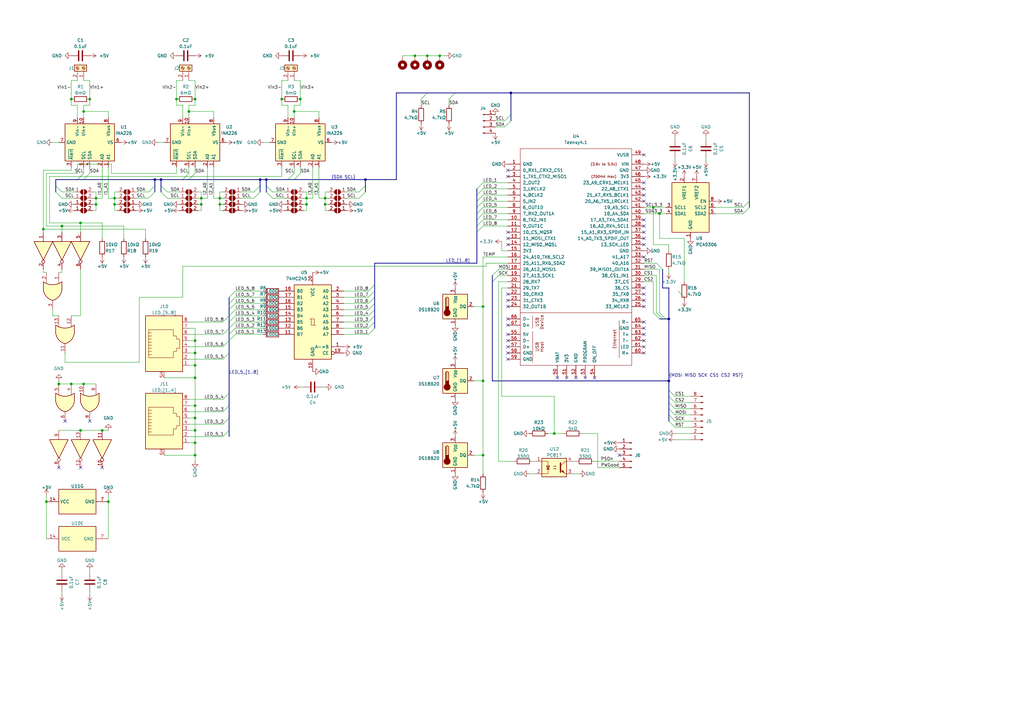
<source format=kicad_sch>
(kicad_sch (version 20230121) (generator eeschema)
  (paper "A3")
  (junction (at 198.12 125.73))
  (junction (at 63.5 73.66))
  (junction (at 44.45 205.74))
  (junction (at 90.17 81.28))
  (junction (at 82.55 81.28))
  (junction (at 80.01 139.7))
  (junction (at 80.01 176.53))
  (junction (at 120.65 45.72))
  (junction (at 46.99 81.28))
  (junction (at 209.55 38.1))
  (junction (at 36.83 40.64))
  (junction (at 106.68 73.66))
  (junction (at 125.73 83.82))
  (junction (at 80.01 166.37))
  (junction (at 82.55 83.82))
  (junction (at 109.22 73.66))
  (junction (at 227.33 177.8))
  (junction (at 80.01 154.94))
  (junction (at 29.21 157.48))
  (junction (at 175.26 22.86))
  (junction (at 39.37 83.82))
  (junction (at 80.01 149.86))
  (junction (at 80.01 186.69))
  (junction (at 77.47 45.72))
  (junction (at 198.12 156.21))
  (junction (at 274.32 130.81))
  (junction (at 66.04 73.66))
  (junction (at 125.73 81.28))
  (junction (at 34.29 157.48))
  (junction (at 198.12 186.69))
  (junction (at 29.21 40.64))
  (junction (at 80.01 144.78))
  (junction (at 80.01 40.64))
  (junction (at 133.35 83.82))
  (junction (at 80.01 171.45))
  (junction (at 46.99 83.82))
  (junction (at 115.57 40.64))
  (junction (at 180.34 22.86))
  (junction (at 274.32 156.21))
  (junction (at 170.18 22.86))
  (junction (at 19.05 205.74))
  (junction (at 90.17 83.82))
  (junction (at 24.13 157.48))
  (junction (at 270.51 87.63))
  (junction (at 39.37 81.28))
  (junction (at 123.19 40.64))
  (junction (at 133.35 81.28))
  (junction (at 41.91 176.53))
  (junction (at 80.01 181.61))
  (junction (at 149.86 73.66))
  (junction (at 72.39 40.64))
  (junction (at 25.4 92.71))
  (junction (at 34.29 45.72))
  (junction (at 33.02 176.53))
  (junction (at 33.02 91.44))
  (junction (at 17.78 93.98))
  (junction (at 267.97 85.09))
  (no_connect (at 264.16 123.19))
  (no_connect (at 208.28 133.35))
  (no_connect (at 33.02 191.77))
  (no_connect (at 26.67 172.72))
  (no_connect (at 264.16 82.55))
  (no_connect (at 208.28 69.85))
  (no_connect (at 264.16 90.17))
  (no_connect (at 232.41 154.94))
  (no_connect (at 264.16 132.08))
  (no_connect (at 264.16 80.01))
  (no_connect (at 264.16 92.71))
  (no_connect (at 36.83 172.72))
  (no_connect (at 24.13 191.77))
  (no_connect (at 208.28 137.16))
  (no_connect (at 208.28 147.32))
  (no_connect (at 264.16 144.78))
  (no_connect (at 264.16 134.62))
  (no_connect (at 208.28 97.79))
  (no_connect (at 208.28 95.25))
  (no_connect (at 228.6 154.94))
  (no_connect (at 243.84 154.94))
  (no_connect (at 208.28 139.7))
  (no_connect (at 264.16 100.33))
  (no_connect (at 264.16 137.16))
  (no_connect (at 236.22 154.94))
  (no_connect (at 264.16 97.79))
  (no_connect (at 208.28 125.73))
  (no_connect (at 264.16 142.24))
  (no_connect (at 264.16 105.41))
  (no_connect (at 264.16 74.93))
  (no_connect (at 264.16 139.7))
  (no_connect (at 264.16 120.65))
  (no_connect (at 264.16 77.47))
  (no_connect (at 41.91 191.77))
  (no_connect (at 208.28 100.33))
  (no_connect (at 208.28 142.24))
  (no_connect (at 264.16 63.5))
  (no_connect (at 264.16 118.11))
  (no_connect (at 208.28 72.39))
  (no_connect (at 208.28 123.19))
  (no_connect (at 264.16 95.25))
  (no_connect (at 264.16 125.73))
  (no_connect (at 254 186.69))
  (no_connect (at 240.03 154.94))
  (no_connect (at 208.28 144.78))
  (no_connect (at 208.28 120.65))
  (no_connect (at 208.28 130.81))
  (bus_entry (at 274.32 172.72) (size 2.54 2.54))
  (bus_entry (at 172.72 40.64) (size 2.54 -2.54))
  (bus_entry (at 109.22 78.74) (size 2.54 2.54))
  (bus_entry (at 269.24 107.95) (size 2.54 2.54))
  (bus_entry (at 274.32 162.56) (size 2.54 2.54))
  (bus_entry (at 195.58 77.47) (size 2.54 -2.54))
  (bus_entry (at 207.01 49.53) (size 2.54 -2.54))
  (bus_entry (at 106.68 78.74) (size -2.54 2.54))
  (bus_entry (at 34.29 73.66) (size 2.54 -2.54))
  (bus_entry (at 274.32 165.1) (size 2.54 2.54))
  (bus_entry (at 149.86 76.2) (size -2.54 2.54))
  (bus_entry (at 184.15 40.64) (size 2.54 -2.54))
  (bus_entry (at 109.22 76.2) (size 2.54 2.54))
  (bus_entry (at 269.24 128.27) (size 2.54 2.54))
  (bus_entry (at 198.12 87.63) (size -2.54 2.54))
  (bus_entry (at 96.52 137.16) (size -2.54 2.54))
  (bus_entry (at 201.93 113.03) (size 2.54 -2.54))
  (bus_entry (at 198.12 82.55) (size -2.54 2.54))
  (bus_entry (at 77.47 73.66) (size 2.54 -2.54))
  (bus_entry (at 91.44 163.83) (size 2.54 -2.54))
  (bus_entry (at 96.52 127) (size -2.54 2.54))
  (bus_entry (at 151.13 129.54) (size 2.54 -2.54))
  (bus_entry (at 151.13 127) (size 2.54 -2.54))
  (bus_entry (at 93.98 121.92) (size 2.54 -2.54))
  (bus_entry (at 22.86 76.2) (size 2.54 2.54))
  (bus_entry (at 91.44 142.24) (size 2.54 -2.54))
  (bus_entry (at 274.32 170.18) (size 2.54 2.54))
  (bus_entry (at 207.01 52.07) (size 2.54 -2.54))
  (bus_entry (at 91.44 147.32) (size 2.54 -2.54))
  (bus_entry (at 118.11 73.66) (size 2.54 -2.54))
  (bus_entry (at 93.98 127) (size 2.54 -2.54))
  (bus_entry (at 22.86 78.74) (size 2.54 2.54))
  (bus_entry (at 151.13 121.92) (size 2.54 -2.54))
  (bus_entry (at 195.58 80.01) (size 2.54 -2.54))
  (bus_entry (at 274.32 160.02) (size 2.54 2.54))
  (bus_entry (at 151.13 124.46) (size 2.54 -2.54))
  (bus_entry (at 91.44 137.16) (size 2.54 -2.54))
  (bus_entry (at 270.51 128.27) (size 2.54 2.54))
  (bus_entry (at 96.52 134.62) (size -2.54 2.54))
  (bus_entry (at 74.93 73.66) (size 2.54 -2.54))
  (bus_entry (at 153.67 132.08) (size -2.54 2.54))
  (bus_entry (at 66.04 76.2) (size 2.54 2.54))
  (bus_entry (at 198.12 85.09) (size -2.54 2.54))
  (bus_entry (at 198.12 90.17) (size -2.54 2.54))
  (bus_entry (at 31.75 73.66) (size 2.54 -2.54))
  (bus_entry (at 267.97 128.27) (size 2.54 2.54))
  (bus_entry (at 63.5 78.74) (size -2.54 2.54))
  (bus_entry (at 91.44 132.08) (size 2.54 -2.54))
  (bus_entry (at 278.13 119.38) (size 2.54 2.54))
  (bus_entry (at 149.86 78.74) (size -2.54 2.54))
  (bus_entry (at 195.58 82.55) (size 2.54 -2.54))
  (bus_entry (at 91.44 179.07) (size 2.54 -2.54))
  (bus_entry (at 151.13 119.38) (size 2.54 -2.54))
  (bus_entry (at 274.32 167.64) (size 2.54 2.54))
  (bus_entry (at 106.68 76.2) (size -2.54 2.54))
  (bus_entry (at 153.67 134.62) (size -2.54 2.54))
  (bus_entry (at 304.8 87.63) (size 2.54 -2.54))
  (bus_entry (at 96.52 129.54) (size -2.54 2.54))
  (bus_entry (at 201.93 115.57) (size 2.54 -2.54))
  (bus_entry (at 153.67 129.54) (size -2.54 2.54))
  (bus_entry (at 96.52 132.08) (size -2.54 2.54))
  (bus_entry (at 93.98 124.46) (size 2.54 -2.54))
  (bus_entry (at 120.65 73.66) (size 2.54 -2.54))
  (bus_entry (at 63.5 76.2) (size -2.54 2.54))
  (bus_entry (at 66.04 78.74) (size 2.54 2.54))
  (bus_entry (at 91.44 168.91) (size 2.54 -2.54))
  (bus_entry (at 91.44 173.99) (size 2.54 -2.54))
  (bus_entry (at 304.8 85.09) (size 2.54 -2.54))
  (bus_entry (at 198.12 92.71) (size -2.54 2.54))
  (wire (pts (xy 77.47 142.24) (xy 91.44 142.24)))
  (bus (pts (xy 153.67 121.92) (xy 153.67 124.46)))
  (wire (pts (xy 96.52 132.08) (xy 107.95 132.08)))
  (wire (pts (xy 77.47 43.18) (xy 80.01 43.18)))
  (wire (pts (xy 34.29 43.18) (xy 36.83 43.18)))
  (wire (pts (xy 29.21 68.58) (xy 29.21 69.85)))
  (wire (pts (xy 57.15 148.59) (xy 57.15 121.92)))
  (wire (pts (xy 198.12 82.55) (xy 208.28 82.55)))
  (bus (pts (xy 31.75 73.66) (xy 34.29 73.66)))
  (wire (pts (xy 198.12 125.73) (xy 198.12 105.41)))
  (wire (pts (xy 80.01 134.62) (xy 80.01 139.7)))
  (wire (pts (xy 34.29 48.26) (xy 34.29 45.72)))
  (wire (pts (xy 111.76 78.74) (xy 116.84 78.74)))
  (wire (pts (xy 280.67 97.79) (xy 280.67 115.57)))
  (bus (pts (xy 93.98 127) (xy 93.98 124.46)))
  (wire (pts (xy 96.52 129.54) (xy 107.95 129.54)))
  (wire (pts (xy 96.52 124.46) (xy 107.95 124.46)))
  (wire (pts (xy 39.37 83.82) (xy 39.37 86.36)))
  (wire (pts (xy 44.45 176.53) (xy 41.91 176.53)))
  (wire (pts (xy 41.91 91.44) (xy 41.91 97.79)))
  (bus (pts (xy 63.5 76.2) (xy 63.5 78.74)))
  (wire (pts (xy 80.01 186.69) (xy 80.01 181.61)))
  (wire (pts (xy 77.47 181.61) (xy 80.01 181.61)))
  (wire (pts (xy 72.39 33.02) (xy 72.39 40.64)))
  (wire (pts (xy 36.83 33.02) (xy 36.83 40.64)))
  (wire (pts (xy 67.31 186.69) (xy 80.01 186.69)))
  (wire (pts (xy 77.47 176.53) (xy 80.01 176.53)))
  (wire (pts (xy 24.13 111.76) (xy 25.4 111.76)))
  (wire (pts (xy 194.31 186.69) (xy 198.12 186.69)))
  (wire (pts (xy 264.16 115.57) (xy 267.97 115.57)))
  (wire (pts (xy 41.91 68.58) (xy 41.91 81.28)))
  (bus (pts (xy 195.58 87.63) (xy 195.58 90.17)))
  (wire (pts (xy 198.12 85.09) (xy 208.28 85.09)))
  (wire (pts (xy 44.45 203.2) (xy 44.45 205.74)))
  (wire (pts (xy 68.58 78.74) (xy 73.66 78.74)))
  (wire (pts (xy 184.15 40.64) (xy 184.15 43.18)))
  (wire (pts (xy 80.01 139.7) (xy 80.01 144.78)))
  (bus (pts (xy 274.32 162.56) (xy 274.32 165.1)))
  (wire (pts (xy 25.4 92.71) (xy 50.8 92.71)))
  (wire (pts (xy 120.65 45.72) (xy 120.65 43.18)))
  (bus (pts (xy 186.69 38.1) (xy 175.26 38.1)))
  (wire (pts (xy 90.17 81.28) (xy 90.17 83.82)))
  (wire (pts (xy 269.24 113.03) (xy 269.24 128.27)))
  (wire (pts (xy 77.47 48.26) (xy 77.47 45.72)))
  (bus (pts (xy 93.98 176.53) (xy 93.98 179.07)))
  (wire (pts (xy 80.01 176.53) (xy 80.01 181.61)))
  (wire (pts (xy 120.65 68.58) (xy 120.65 71.12)))
  (wire (pts (xy 34.29 45.72) (xy 44.45 45.72)))
  (bus (pts (xy 195.58 77.47) (xy 195.58 80.01)))
  (wire (pts (xy 48.26 78.74) (xy 46.99 78.74)))
  (wire (pts (xy 276.86 172.72) (xy 283.21 172.72)))
  (bus (pts (xy 209.55 46.99) (xy 209.55 49.53)))
  (wire (pts (xy 77.47 144.78) (xy 80.01 144.78)))
  (wire (pts (xy 199.39 109.22) (xy 199.39 107.95)))
  (wire (pts (xy 44.45 68.58) (xy 44.45 81.28)))
  (wire (pts (xy 140.97 121.92) (xy 151.13 121.92)))
  (wire (pts (xy 77.47 139.7) (xy 80.01 139.7)))
  (wire (pts (xy 81.28 83.82) (xy 82.55 83.82)))
  (wire (pts (xy 204.47 189.23) (xy 210.82 189.23)))
  (wire (pts (xy 82.55 86.36) (xy 81.28 86.36)))
  (wire (pts (xy 140.97 124.46) (xy 151.13 124.46)))
  (wire (pts (xy 74.93 33.02) (xy 72.39 33.02)))
  (bus (pts (xy 201.93 113.03) (xy 201.93 115.57)))
  (wire (pts (xy 90.17 78.74) (xy 90.17 81.28)))
  (wire (pts (xy 39.37 81.28) (xy 39.37 83.82)))
  (wire (pts (xy 270.51 87.63) (xy 273.05 87.63)))
  (wire (pts (xy 123.19 158.75) (xy 124.46 158.75)))
  (wire (pts (xy 24.13 156.21) (xy 24.13 157.48)))
  (wire (pts (xy 17.78 69.85) (xy 17.78 93.98)))
  (bus (pts (xy 149.86 76.2) (xy 149.86 78.74)))
  (wire (pts (xy 140.97 132.08) (xy 151.13 132.08)))
  (bus (pts (xy 195.58 85.09) (xy 195.58 87.63)))
  (wire (pts (xy 276.86 170.18) (xy 283.21 170.18)))
  (wire (pts (xy 243.84 189.23) (xy 254 189.23)))
  (wire (pts (xy 96.52 127) (xy 107.95 127)))
  (wire (pts (xy 25.4 78.74) (xy 30.48 78.74)))
  (wire (pts (xy 133.35 83.82) (xy 133.35 86.36)))
  (wire (pts (xy 45.72 71.12) (xy 72.39 71.12)))
  (wire (pts (xy 77.47 179.07) (xy 91.44 179.07)))
  (bus (pts (xy 93.98 137.16) (xy 93.98 134.62)))
  (wire (pts (xy 17.78 110.49) (xy 17.78 111.76)))
  (wire (pts (xy 80.01 43.18) (xy 80.01 40.64)))
  (wire (pts (xy 198.12 125.73) (xy 198.12 156.21)))
  (wire (pts (xy 46.99 81.28) (xy 46.99 83.82)))
  (wire (pts (xy 125.73 83.82) (xy 125.73 86.36)))
  (bus (pts (xy 195.58 92.71) (xy 195.58 95.25)))
  (wire (pts (xy 125.73 78.74) (xy 125.73 81.28)))
  (wire (pts (xy 77.47 137.16) (xy 91.44 137.16)))
  (wire (pts (xy 46.99 81.28) (xy 44.45 81.28)))
  (bus (pts (xy 153.67 116.84) (xy 153.67 119.38)))
  (wire (pts (xy 80.01 149.86) (xy 80.01 154.94)))
  (wire (pts (xy 245.11 191.77) (xy 254 191.77)))
  (wire (pts (xy 293.37 87.63) (xy 304.8 87.63)))
  (wire (pts (xy 77.47 33.02) (xy 80.01 33.02)))
  (bus (pts (xy 307.34 85.09) (xy 307.34 82.55)))
  (bus (pts (xy 149.86 73.66) (xy 162.56 73.66)))
  (wire (pts (xy 91.44 83.82) (xy 90.17 83.82)))
  (wire (pts (xy 267.97 100.33) (xy 274.32 100.33)))
  (wire (pts (xy 104.14 81.28) (xy 99.06 81.28)))
  (wire (pts (xy 29.21 40.64) (xy 29.21 43.18)))
  (bus (pts (xy 120.65 73.66) (xy 149.86 73.66)))
  (wire (pts (xy 267.97 115.57) (xy 267.97 128.27)))
  (wire (pts (xy 198.12 90.17) (xy 208.28 90.17)))
  (wire (pts (xy 130.81 68.58) (xy 130.81 81.28)))
  (wire (pts (xy 77.47 68.58) (xy 77.47 71.12)))
  (wire (pts (xy 38.1 83.82) (xy 39.37 83.82)))
  (wire (pts (xy 227.33 162.56) (xy 205.74 162.56)))
  (wire (pts (xy 85.09 68.58) (xy 85.09 81.28)))
  (wire (pts (xy 276.86 165.1) (xy 283.21 165.1)))
  (wire (pts (xy 276.86 162.56) (xy 283.21 162.56)))
  (wire (pts (xy 31.75 71.12) (xy 31.75 67.31)))
  (wire (pts (xy 175.26 22.86) (xy 180.34 22.86)))
  (bus (pts (xy 201.93 115.57) (xy 201.93 156.21)))
  (wire (pts (xy 44.45 205.74) (xy 44.45 220.98)))
  (wire (pts (xy 77.47 173.99) (xy 91.44 173.99)))
  (wire (pts (xy 125.73 81.28) (xy 128.27 81.28)))
  (wire (pts (xy 24.13 157.48) (xy 29.21 157.48)))
  (wire (pts (xy 67.31 154.94) (xy 80.01 154.94)))
  (bus (pts (xy 153.67 127) (xy 153.67 129.54)))
  (wire (pts (xy 115.57 40.64) (xy 115.57 43.18)))
  (bus (pts (xy 106.68 76.2) (xy 106.68 78.74)))
  (wire (pts (xy 72.39 43.18) (xy 74.93 43.18)))
  (wire (pts (xy 68.58 81.28) (xy 73.66 81.28)))
  (wire (pts (xy 289.56 66.04) (xy 289.56 64.77)))
  (wire (pts (xy 276.86 180.34) (xy 283.21 180.34)))
  (wire (pts (xy 172.72 40.64) (xy 172.72 43.18)))
  (bus (pts (xy 106.68 73.66) (xy 109.22 73.66)))
  (wire (pts (xy 205.74 118.11) (xy 208.28 118.11)))
  (bus (pts (xy 201.93 156.21) (xy 274.32 156.21)))
  (wire (pts (xy 140.97 129.54) (xy 151.13 129.54)))
  (bus (pts (xy 106.68 73.66) (xy 106.68 76.2)))
  (wire (pts (xy 29.21 43.18) (xy 31.75 43.18)))
  (wire (pts (xy 198.12 87.63) (xy 208.28 87.63)))
  (bus (pts (xy 274.32 160.02) (xy 274.32 162.56)))
  (wire (pts (xy 77.47 163.83) (xy 91.44 163.83)))
  (wire (pts (xy 198.12 186.69) (xy 198.12 194.31)))
  (wire (pts (xy 198.12 105.41) (xy 208.28 105.41)))
  (wire (pts (xy 293.37 85.09) (xy 304.8 85.09)))
  (bus (pts (xy 271.78 130.81) (xy 273.05 130.81)))
  (wire (pts (xy 124.46 78.74) (xy 125.73 78.74)))
  (wire (pts (xy 96.52 121.92) (xy 107.95 121.92)))
  (wire (pts (xy 245.11 177.8) (xy 238.76 177.8)))
  (wire (pts (xy 96.52 137.16) (xy 107.95 137.16)))
  (wire (pts (xy 140.97 137.16) (xy 151.13 137.16)))
  (wire (pts (xy 205.74 162.56) (xy 205.74 118.11)))
  (bus (pts (xy 22.86 73.66) (xy 22.86 76.2)))
  (wire (pts (xy 48.26 81.28) (xy 46.99 81.28)))
  (wire (pts (xy 25.4 243.84) (xy 25.4 242.57)))
  (wire (pts (xy 44.45 48.26) (xy 44.45 45.72)))
  (bus (pts (xy 74.93 73.66) (xy 77.47 73.66)))
  (wire (pts (xy 91.44 78.74) (xy 90.17 78.74)))
  (wire (pts (xy 115.57 72.39) (xy 20.32 72.39)))
  (bus (pts (xy 93.98 161.29) (xy 93.98 166.37)))
  (wire (pts (xy 205.74 102.87) (xy 205.74 99.06)))
  (wire (pts (xy 130.81 45.72) (xy 130.81 48.26)))
  (wire (pts (xy 134.62 81.28) (xy 133.35 81.28)))
  (wire (pts (xy 270.51 97.79) (xy 270.51 87.63)))
  (wire (pts (xy 26.67 144.78) (xy 26.67 148.59)))
  (wire (pts (xy 267.97 85.09) (xy 267.97 100.33)))
  (bus (pts (xy 274.32 165.1) (xy 274.32 167.64)))
  (wire (pts (xy 107.95 58.42) (xy 110.49 58.42)))
  (wire (pts (xy 118.11 43.18) (xy 118.11 48.26)))
  (wire (pts (xy 19.05 71.12) (xy 31.75 71.12)))
  (bus (pts (xy 109.22 73.66) (xy 118.11 73.66)))
  (wire (pts (xy 25.4 81.28) (xy 30.48 81.28)))
  (wire (pts (xy 264.16 87.63) (xy 270.51 87.63)))
  (wire (pts (xy 45.72 67.31) (xy 45.72 71.12)))
  (wire (pts (xy 34.29 157.48) (xy 39.37 157.48)))
  (wire (pts (xy 274.32 100.33) (xy 274.32 102.87)))
  (bus (pts (xy 34.29 73.66) (xy 63.5 73.66)))
  (bus (pts (xy 270.51 130.81) (xy 271.78 130.81)))
  (bus (pts (xy 195.58 90.17) (xy 195.58 92.71)))
  (wire (pts (xy 19.05 203.2) (xy 19.05 205.74)))
  (wire (pts (xy 208.28 102.87) (xy 205.74 102.87)))
  (bus (pts (xy 22.86 73.66) (xy 31.75 73.66)))
  (wire (pts (xy 77.47 132.08) (xy 91.44 132.08)))
  (wire (pts (xy 124.46 81.28) (xy 125.73 81.28)))
  (wire (pts (xy 38.1 81.28) (xy 39.37 81.28)))
  (wire (pts (xy 270.51 110.49) (xy 270.51 128.27)))
  (wire (pts (xy 77.47 171.45) (xy 80.01 171.45)))
  (wire (pts (xy 147.32 81.28) (xy 142.24 81.28)))
  (bus (pts (xy 274.32 156.21) (xy 274.32 160.02)))
  (bus (pts (xy 274.32 118.11) (xy 271.78 118.11)))
  (wire (pts (xy 31.75 33.02) (xy 29.21 33.02)))
  (wire (pts (xy 80.01 154.94) (xy 80.01 166.37)))
  (wire (pts (xy 34.29 68.58) (xy 34.29 71.12)))
  (bus (pts (xy 66.04 76.2) (xy 66.04 78.74)))
  (wire (pts (xy 90.17 83.82) (xy 90.17 86.36)))
  (wire (pts (xy 77.47 134.62) (xy 80.01 134.62)))
  (wire (pts (xy 59.69 93.98) (xy 59.69 97.79)))
  (wire (pts (xy 123.19 68.58) (xy 123.19 71.12)))
  (wire (pts (xy 133.35 81.28) (xy 130.81 81.28)))
  (wire (pts (xy 124.46 83.82) (xy 125.73 83.82)))
  (bus (pts (xy 153.67 132.08) (xy 153.67 134.62)))
  (bus (pts (xy 274.32 130.81) (xy 274.32 156.21)))
  (wire (pts (xy 133.35 78.74) (xy 133.35 81.28)))
  (bus (pts (xy 66.04 73.66) (xy 74.93 73.66)))
  (wire (pts (xy 208.28 115.57) (xy 204.47 115.57)))
  (bus (pts (xy 153.67 124.46) (xy 153.67 127)))
  (wire (pts (xy 90.17 81.28) (xy 87.63 81.28)))
  (wire (pts (xy 50.8 92.71) (xy 50.8 97.79)))
  (wire (pts (xy 33.02 91.44) (xy 41.91 91.44)))
  (wire (pts (xy 17.78 93.98) (xy 59.69 93.98)))
  (wire (pts (xy 74.93 43.18) (xy 74.93 48.26)))
  (wire (pts (xy 36.83 233.68) (xy 36.83 234.95)))
  (wire (pts (xy 234.95 189.23) (xy 236.22 189.23)))
  (wire (pts (xy 77.47 45.72) (xy 87.63 45.72)))
  (wire (pts (xy 125.73 86.36) (xy 124.46 86.36)))
  (wire (pts (xy 115.57 68.58) (xy 115.57 72.39)))
  (wire (pts (xy 134.62 78.74) (xy 133.35 78.74)))
  (wire (pts (xy 128.27 68.58) (xy 128.27 81.28)))
  (bus (pts (xy 175.26 38.1) (xy 162.56 38.1)))
  (wire (pts (xy 17.78 93.98) (xy 17.78 95.25)))
  (wire (pts (xy 118.11 33.02) (xy 115.57 33.02)))
  (bus (pts (xy 153.67 107.95) (xy 195.58 107.95)))
  (wire (pts (xy 82.55 83.82) (xy 82.55 86.36)))
  (wire (pts (xy 80.01 144.78) (xy 80.01 149.86)))
  (wire (pts (xy 276.86 66.04) (xy 276.86 64.77)))
  (wire (pts (xy 29.21 157.48) (xy 34.29 157.48)))
  (wire (pts (xy 276.86 175.26) (xy 283.21 175.26)))
  (wire (pts (xy 276.86 167.64) (xy 283.21 167.64)))
  (bus (pts (xy 93.98 132.08) (xy 93.98 129.54)))
  (wire (pts (xy 25.4 233.68) (xy 25.4 234.95)))
  (wire (pts (xy 274.32 110.49) (xy 274.32 111.76)))
  (wire (pts (xy 77.47 166.37) (xy 80.01 166.37)))
  (bus (pts (xy 77.47 73.66) (xy 106.68 73.66)))
  (wire (pts (xy 140.97 119.38) (xy 151.13 119.38)))
  (wire (pts (xy 20.32 91.44) (xy 33.02 91.44)))
  (bus (pts (xy 186.69 38.1) (xy 209.55 38.1)))
  (wire (pts (xy 204.47 115.57) (xy 204.47 189.23)))
  (bus (pts (xy 93.98 129.54) (xy 93.98 127)))
  (bus (pts (xy 109.22 73.66) (xy 109.22 76.2)))
  (wire (pts (xy 19.05 205.74) (xy 19.05 220.98)))
  (wire (pts (xy 199.39 107.95) (xy 208.28 107.95)))
  (wire (pts (xy 133.35 158.75) (xy 132.08 158.75)))
  (wire (pts (xy 17.78 111.76) (xy 19.05 111.76)))
  (wire (pts (xy 111.76 81.28) (xy 116.84 81.28)))
  (wire (pts (xy 280.67 97.79) (xy 270.51 97.79)))
  (bus (pts (xy 93.98 124.46) (xy 93.98 121.92)))
  (wire (pts (xy 33.02 176.53) (xy 41.91 176.53)))
  (bus (pts (xy 273.05 130.81) (xy 274.32 130.81)))
  (wire (pts (xy 80.01 68.58) (xy 80.01 71.12)))
  (wire (pts (xy 77.47 45.72) (xy 77.47 43.18)))
  (wire (pts (xy 147.32 78.74) (xy 142.24 78.74)))
  (wire (pts (xy 90.17 86.36) (xy 91.44 86.36)))
  (bus (pts (xy 22.86 76.2) (xy 22.86 78.74)))
  (wire (pts (xy 218.44 189.23) (xy 219.71 189.23)))
  (wire (pts (xy 80.01 33.02) (xy 80.01 40.64)))
  (wire (pts (xy 264.16 107.95) (xy 269.24 107.95)))
  (wire (pts (xy 264.16 85.09) (xy 267.97 85.09)))
  (wire (pts (xy 264.16 113.03) (xy 269.24 113.03)))
  (bus (pts (xy 195.58 80.01) (xy 195.58 82.55)))
  (wire (pts (xy 77.47 149.86) (xy 80.01 149.86)))
  (wire (pts (xy 77.47 147.32) (xy 91.44 147.32)))
  (wire (pts (xy 80.01 166.37) (xy 80.01 171.45)))
  (bus (pts (xy 153.67 119.38) (xy 153.67 121.92)))
  (wire (pts (xy 57.15 121.92) (xy 74.93 121.92)))
  (wire (pts (xy 120.65 43.18) (xy 123.19 43.18)))
  (bus (pts (xy 93.98 139.7) (xy 93.98 144.78)))
  (wire (pts (xy 48.26 83.82) (xy 46.99 83.82)))
  (wire (pts (xy 33.02 129.54) (xy 33.02 110.49)))
  (wire (pts (xy 29.21 33.02) (xy 29.21 40.64)))
  (wire (pts (xy 194.31 156.21) (xy 198.12 156.21)))
  (wire (pts (xy 33.02 91.44) (xy 33.02 95.25)))
  (wire (pts (xy 25.4 92.71) (xy 25.4 95.25)))
  (wire (pts (xy 204.47 113.03) (xy 208.28 113.03)))
  (wire (pts (xy 120.65 45.72) (xy 130.81 45.72)))
  (bus (pts (xy 209.55 38.1) (xy 209.55 46.99)))
  (wire (pts (xy 31.75 43.18) (xy 31.75 48.26)))
  (wire (pts (xy 245.11 177.8) (xy 245.11 191.77)))
  (wire (pts (xy 36.83 68.58) (xy 36.83 71.12)))
  (wire (pts (xy 227.33 177.8) (xy 231.14 177.8)))
  (wire (pts (xy 180.34 22.86) (xy 182.88 22.86)))
  (wire (pts (xy 81.28 81.28) (xy 82.55 81.28)))
  (bus (pts (xy 149.86 73.66) (xy 149.86 76.2)))
  (wire (pts (xy 120.65 33.02) (xy 123.19 33.02)))
  (wire (pts (xy 36.83 243.84) (xy 36.83 242.57)))
  (wire (pts (xy 217.17 194.31) (xy 219.71 194.31)))
  (bus (pts (xy 93.98 139.7) (xy 93.98 137.16)))
  (wire (pts (xy 115.57 33.02) (xy 115.57 40.64)))
  (wire (pts (xy 74.93 109.22) (xy 74.93 121.92)))
  (wire (pts (xy 29.21 69.85) (xy 17.78 69.85)))
  (wire (pts (xy 194.31 125.73) (xy 198.12 125.73)))
  (wire (pts (xy 74.93 109.22) (xy 199.39 109.22)))
  (bus (pts (xy 63.5 73.66) (xy 63.5 76.2)))
  (wire (pts (xy 198.12 80.01) (xy 208.28 80.01)))
  (wire (pts (xy 115.57 43.18) (xy 118.11 43.18)))
  (wire (pts (xy 204.47 110.49) (xy 208.28 110.49)))
  (wire (pts (xy 21.59 58.42) (xy 24.13 58.42)))
  (wire (pts (xy 31.75 67.31) (xy 45.72 67.31)))
  (bus (pts (xy 307.34 82.55) (xy 307.34 38.1)))
  (wire (pts (xy 82.55 81.28) (xy 82.55 83.82)))
  (wire (pts (xy 224.79 177.8) (xy 227.33 177.8)))
  (wire (pts (xy 81.28 78.74) (xy 82.55 78.74)))
  (wire (pts (xy 87.63 68.58) (xy 87.63 81.28)))
  (bus (pts (xy 195.58 95.25) (xy 195.58 107.95)))
  (wire (pts (xy 198.12 186.69) (xy 198.12 156.21)))
  (wire (pts (xy 165.1 22.86) (xy 170.18 22.86)))
  (wire (pts (xy 46.99 78.74) (xy 46.99 81.28)))
  (wire (pts (xy 77.47 168.91) (xy 91.44 168.91)))
  (bus (pts (xy 118.11 73.66) (xy 120.65 73.66)))
  (bus (pts (xy 153.67 107.95) (xy 153.67 116.84)))
  (wire (pts (xy 72.39 40.64) (xy 72.39 43.18)))
  (wire (pts (xy 276.86 177.8) (xy 283.21 177.8)))
  (bus (pts (xy 66.04 73.66) (xy 66.04 76.2)))
  (wire (pts (xy 25.4 111.76) (xy 25.4 110.49)))
  (wire (pts (xy 60.96 78.74) (xy 55.88 78.74)))
  (wire (pts (xy 39.37 78.74) (xy 39.37 81.28)))
  (wire (pts (xy 134.62 83.82) (xy 133.35 83.82)))
  (wire (pts (xy 20.32 72.39) (xy 20.32 91.44)))
  (wire (pts (xy 38.1 78.74) (xy 39.37 78.74)))
  (wire (pts (xy 198.12 74.93) (xy 208.28 74.93)))
  (wire (pts (xy 60.96 81.28) (xy 55.88 81.28)))
  (bus (pts (xy 63.5 73.66) (xy 66.04 73.66)))
  (wire (pts (xy 123.19 33.02) (xy 123.19 40.64)))
  (bus (pts (xy 209.55 38.1) (xy 307.34 38.1)))
  (bus (pts (xy 153.67 129.54) (xy 153.67 132.08)))
  (wire (pts (xy 39.37 86.36) (xy 38.1 86.36)))
  (wire (pts (xy 82.55 78.74) (xy 82.55 81.28)))
  (wire (pts (xy 267.97 85.09) (xy 273.05 85.09)))
  (wire (pts (xy 140.97 127) (xy 151.13 127)))
  (wire (pts (xy 289.56 55.88) (xy 289.56 57.15)))
  (wire (pts (xy 170.18 22.86) (xy 175.26 22.86)))
  (bus (pts (xy 93.98 144.78) (xy 93.98 161.29)))
  (wire (pts (xy 203.2 49.53) (xy 207.01 49.53)))
  (wire (pts (xy 203.2 52.07) (xy 207.01 52.07)))
  (wire (pts (xy 91.44 81.28) (xy 90.17 81.28)))
  (wire (pts (xy 125.73 81.28) (xy 125.73 83.82)))
  (bus (pts (xy 274.32 167.64) (xy 274.32 170.18)))
  (wire (pts (xy 276.86 55.88) (xy 276.86 57.15)))
  (wire (pts (xy 96.52 134.62) (xy 107.95 134.62)))
  (wire (pts (xy 264.16 110.49) (xy 270.51 110.49)))
  (bus (pts (xy 274.32 130.81) (xy 274.32 118.11)))
  (wire (pts (xy 46.99 86.36) (xy 48.26 86.36)))
  (bus (pts (xy 195.58 82.55) (xy 195.58 85.09)))
  (wire (pts (xy 21.59 127) (xy 21.59 129.54)))
  (wire (pts (xy 123.19 43.18) (xy 123.19 40.64)))
  (wire (pts (xy 133.35 86.36) (xy 134.62 86.36)))
  (wire (pts (xy 140.97 134.62) (xy 151.13 134.62)))
  (wire (pts (xy 72.39 68.58) (xy 72.39 71.12)))
  (wire (pts (xy 198.12 77.47) (xy 208.28 77.47)))
  (wire (pts (xy 96.52 119.38) (xy 107.95 119.38)))
  (wire (pts (xy 34.29 45.72) (xy 34.29 43.18)))
  (wire (pts (xy 198.12 92.71) (xy 208.28 92.71)))
  (wire (pts (xy 80.01 171.45) (xy 80.01 176.53)))
  (bus (pts (xy 93.98 166.37) (xy 93.98 171.45)))
  (wire (pts (xy 24.13 176.53) (xy 33.02 176.53)))
  (bus (pts (xy 93.98 134.62) (xy 93.98 132.08)))
  (wire (pts (xy 87.63 45.72) (xy 87.63 48.26)))
  (wire (pts (xy 82.55 81.28) (xy 85.09 81.28)))
  (wire (pts (xy 26.67 148.59) (xy 57.15 148.59)))
  (wire (pts (xy 133.35 81.28) (xy 133.35 83.82)))
  (wire (pts (xy 19.05 71.12) (xy 19.05 92.71)))
  (wire (pts (xy 80.01 189.23) (xy 80.01 186.69)))
  (bus (pts (xy 271.78 110.49) (xy 271.78 118.11)))
  (wire (pts (xy 21.59 129.54) (xy 24.13 129.54)))
  (bus (pts (xy 93.98 171.45) (xy 93.98 176.53)))
  (wire (pts (xy 237.49 194.31) (xy 234.95 194.31)))
  (wire (pts (xy 29.21 129.54) (xy 33.02 129.54)))
  (wire (pts (xy 64.77 58.42) (xy 67.31 58.42)))
  (bus (pts (xy 274.32 170.18) (xy 274.32 172.72)))
  (wire (pts (xy 19.05 92.71) (xy 25.4 92.71)))
  (wire (pts (xy 39.37 81.28) (xy 41.91 81.28)))
  (wire (pts (xy 36.83 43.18) (xy 36.83 40.64)))
  (bus (pts (xy 109.22 76.2) (xy 109.22 78.74)))
  (wire (pts (xy 104.14 78.74) (xy 99.06 78.74)))
  (wire (pts (xy 227.33 177.8) (xy 227.33 162.56)))
  (wire (pts (xy 34.29 33.02) (xy 36.83 33.02)))
  (wire (pts (xy 120.65 48.26) (xy 120.65 45.72)))
  (bus (pts (xy 162.56 38.1) (xy 162.56 73.66)))
  (wire (pts (xy 46.99 83.82) (xy 46.99 86.36)))
  (label "LED_1" (at 151.13 137.16 180))
  (label "LED_5_5" (at 83.82 147.32 0))
  (label "CS2" (at 267.97 115.57 180))
  (label "LED_2" (at 198.12 77.47 0))
  (label "SCL" (at 146.05 81.28 180))
  (label "LED_5_3" (at 96.52 132.08 0))
  (label "LED_5_4" (at 83.82 163.83 0))
  (label "LED_5_7" (at 96.52 121.92 0))
  (label "LED_5_8" (at 96.52 119.38 0))
  (label "SCL" (at 26.67 81.28 0))
  (label "I3_A1" (at 130.81 80.01 90))
  (label "LED_8" (at 151.13 119.38 180))
  (label "I3_A0" (at 128.27 80.01 90))
  (label "SDA" (at 59.6189 78.74 180))
  (label "SCL" (at 113.03 81.28 0))
  (label "SDA" (at 102.7989 78.74 180))
  (label "LED_5_8" (at 83.82 132.08 0))
  (label "RST" (at 276.86 175.26 0))
  (label "LED_[1..8]" (at 182.88 107.95 0))
  (label "CS1" (at 267.97 113.03 180))
  (label "LED_5_6" (at 96.52 124.46 0))
  (label "SDA" (at 304.8 87.63 180))
  (label "SCK" (at 276.86 172.72 0))
  (label "SDA" (at 26.7411 78.74 0))
  (label "I2_A0" (at 85.09 80.01 90))
  (label "LED_5_1" (at 96.52 137.16 0))
  (label "Vin2-" (at 72.39 36.83 180))
  (label "PSOn" (at 246.38 189.23 0))
  (label "LED_5_6" (at 83.82 142.24 0))
  (label "TEMP" (at 198.12 105.41 0))
  (label "SDA" (at 184.15 43.18 0))
  (label "LED_2" (at 151.13 134.62 180))
  (label "LED_6" (at 198.12 87.63 0))
  (label "LED_4" (at 198.12 82.55 0))
  (label "{MOSI MISO SCK CS1 CS2 RST}" (at 274.32 154.94 0))
  (label "{SDA SCL}" (at 135.89 73.66 0))
  (label "LED_5_5" (at 96.52 127 0))
  (label "LED_5_2" (at 83.82 173.99 0))
  (label "I1_A0" (at 41.91 80.01 90))
  (label "SCL" (at 77.47 71.12 180))
  (label "LED_5_[1..8]" (at 93.98 153.67 0))
  (label "CS1" (at 276.86 162.56 0))
  (label "SCL" (at 69.85 81.28 0))
  (label "Vin1+" (at 36.83 36.83 0))
  (label "LED_5_3" (at 83.82 168.91 0))
  (label "LED_5" (at 198.12 85.09 0))
  (label "CS2" (at 276.86 165.1 0))
  (label "MISO" (at 264.16 110.49 0))
  (label "LED_7" (at 151.13 121.92 180))
  (label "PWGood" (at 246.38 191.77 0))
  (label "MISO" (at 276.86 167.64 0))
  (label "SCL" (at 203.2 49.53 0))
  (label "Vin1-" (at 29.21 36.83 180))
  (label "SCL3_3" (at 271.78 85.09 180))
  (label "SDA" (at 203.2 52.07 0))
  (label "LED_5_1" (at 83.82 179.07 0))
  (label "LED_1" (at 198.12 74.93 0))
  (label "SDA" (at 113.1011 78.74 0))
  (label "I1_A1" (at 44.45 80.01 90))
  (label "I2_A1" (at 87.63 80.01 90))
  (label "LED_5_2" (at 96.52 134.62 0))
  (label "SDA3_3" (at 271.78 87.63 180))
  (label "SDA" (at 80.01 71.12 0))
  (label "SCL" (at 34.29 71.12 180))
  (label "LED_5_7" (at 83.82 137.16 0))
  (label "LED_8" (at 198.12 92.71 0))
  (label "MOSI" (at 276.86 170.18 0))
  (label "LED_5_4" (at 96.52 129.54 0))
  (label "SCL" (at 304.8 85.09 180))
  (label "LED_6" (at 151.13 124.46 180))
  (label "Vin3-" (at 115.57 36.83 180))
  (label "SCL" (at 120.65 71.12 180))
  (label "LED_7" (at 198.12 90.17 0))
  (label "SDA" (at 69.9211 78.74 0))
  (label "LED_3" (at 151.13 132.08 180))
  (label "SCK" (at 204.47 113.03 0))
  (label "LED_5" (at 151.13 127 180))
  (label "SCL" (at 172.72 43.18 0))
  (label "Vin2+" (at 80.01 36.83 0))
  (label "LED_4" (at 151.13 129.54 180))
  (label "SCL" (at 59.69 81.28 180))
  (label "RST" (at 264.16 107.95 0))
  (label "SCL" (at 102.87 81.28 180))
  (label "SDA" (at 123.19 71.12 0))
  (label "Vin3+" (at 123.19 36.83 0))
  (label "SDA" (at 36.83 71.12 0))
  (label "MOSI" (at 204.47 110.49 0))
  (label "SDA" (at 145.9789 78.74 180))
  (label "LED_3" (at 198.12 80.01 0))
  (symbol (lib_id "Jumper:SolderJumper_2_Open") (at 52.07 78.74 0) (mirror y) (unit 1)
    (property "Reference" "JP5" (effects hide))
    (property "Value" "SolderJumper_2_Open" (effects hide))
    (property "Footprint" "Jumper:SolderJumper-2_P1.3mm_Open_TrianglePad1.0x1.5mm" (effects hide))
  )
  (symbol (lib_id "Jumper:SolderJumper_2_Open") (at 95.25 81.28 0) (mirror y) (unit 1)
    (property "Reference" "JP12" (effects hide))
    (property "Value" "SolderJumper_2_Open" (effects hide))
    (property "Footprint" "Jumper:SolderJumper-2_P1.3mm_Open_TrianglePad1.0x1.5mm" (effects hide))
  )
  (symbol (lib_id "power:+5V") (at 25.4 243.84 180) (unit 1)
    (property "Reference" "#PWR067" (effects hide))
    (property "Value" "+5V" (at 25.4 246.38 90) (effects (justify left)))
  )
  (symbol (lib_id "power:GND") (at 264.16 102.87 90) (unit 1)
    (property "Reference" "#PWR026" (effects hide))
    (property "Value" "GND" (at 266.7 102.87 90) (effects (justify right)))
  )
  (symbol (lib_id "Device:R") (at 76.2 40.64 90) (unit 1)
    (property "Reference" "R2" (at 76.2 35.56 90))
    (property "Value" "6mΩ" (at 76.2 38.1 90))
    (property "Footprint" "Resistor_SMD:R_2512_6332Metric" (effects hide))
  )
  (symbol (lib_id "Device:R") (at 240.03 189.23 270) (unit 1)
    (property "Reference" "R21" (at 240.03 185.42 90) (effects (justify bottom)))
    (property "Value" "330Ω" (at 240.03 187.96 90) (effects (justify bottom)))
    (property "Footprint" "Resistor_SMD:R_0603_1608Metric" (effects hide))
  )
  (symbol (lib_id "Jumper:SolderJumper_2_Open") (at 120.65 81.28 0) (unit 1)
    (property "Reference" "JP19" (effects hide))
    (property "Value" "SolderJumper_2_Open" (effects hide))
    (property "Footprint" "Jumper:SolderJumper-2_P1.3mm_Open_TrianglePad1.0x1.5mm" (effects hide))
  )
  (symbol (lib_id "power:+3.3V") (at 280.67 72.39 0) (unit 1)
    (property "Reference" "#PWR055" (effects hide))
    (property "Value" "+3.3V" (at 280.67 68.58 0))
  )
  (symbol (lib_id "Device:R") (at 59.69 101.6 180) (unit 1)
    (property "Reference" "R19" (at 60.96 102.87 0) (effects (justify right)))
    (property "Value" "10kΩ" (at 60.96 100.33 0) (effects (justify right)))
    (property "Footprint" "Resistor_SMD:R_0603_1608Metric" (effects hide))
  )
  (symbol (lib_id "74xx:74LS32") (at 31.75 220.98 90) (unit 5)
    (property "Reference" "U10" (at 31.75 214.63 90))
    (property "Value" "74LS32" (effects hide))
    (property "Footprint" "Package_SO:SO-14_3.9x8.65mm_P1.27mm" (effects hide))
    (property "Datasheet" "http://www.ti.com/lit/gpn/sn74LS32" (effects hide))
  )
  (symbol (lib_id "Device:R") (at 111.76 127 90) (unit 1)
    (property "Reference" "R9" (at 109.22 125.73 90) (effects (justify left)))
    (property "Value" "100Ω" (at 114.3 127 90) (effects (justify left)))
    (property "Footprint" "Resistor_SMD:R_0603_1608Metric" (effects hide))
  )
  (symbol (lib_id "power:GND") (at 237.49 194.31 90) (unit 1)
    (property "Reference" "#PWR076" (effects hide))
    (property "Value" "GND" (at 240.03 194.31 90) (effects (justify right)))
  )
  (symbol (lib_id "power:+5V") (at 36.83 243.84 180) (unit 1)
    (property "Reference" "#PWR068" (effects hide))
    (property "Value" "+5V" (at 36.83 246.38 90) (effects (justify left)))
  )
  (symbol (lib_id "Sensor_Energy:INA226") (at 36.83 58.42 270) (unit 1)
    (property "Reference" "U1" (at 50.8 52.07 90))
    (property "Value" "INA226" (at 50.8 54.61 90))
    (property "Footprint" "Package_SO:VSSOP-10_3x3mm_P0.5mm" (effects hide))
    (property "Datasheet" "http://www.ti.com/lit/ds/symlink/ina226.pdf" (effects hide))
  )
  (symbol (lib_id "Jumper:SolderJumper_2_Open") (at 120.65 83.82 0) (unit 1)
    (property "Reference" "JP21" (effects hide))
    (property "Value" "SolderJumper_2_Open" (effects hide))
    (property "Footprint" "Jumper:SolderJumper-2_P1.3mm_Open_TrianglePad1.0x1.5mm" (effects hide))
  )
  (symbol (lib_id "Device:R") (at 198.12 198.12 180) (unit 1)
    (property "Reference" "R14" (at 196.85 196.85 0) (effects (justify left)))
    (property "Value" "4.7kΩ" (at 196.85 199.39 0) (effects (justify left)))
    (property "Footprint" "Resistor_SMD:R_0603_1608Metric" (effects hide))
  )
  (symbol (lib_id "power:+3.3V") (at 280.67 123.19 180) (unit 1)
    (property "Reference" "#PWR057" (effects hide))
    (property "Value" "+3.3V" (at 280.67 127 0))
  )
  (symbol (lib_id "power:+5V") (at 41.91 105.41 180) (unit 1)
    (property "Reference" "#PWR062" (effects hide))
    (property "Value" "+5V" (at 41.91 109.22 0))
  )
  (symbol (lib_id "74xx:74AHC04") (at 41.91 184.15 270) (unit 5)
    (property "Reference" "U11" (effects hide))
    (property "Value" "74AHC04" (effects hide))
    (property "Footprint" "Package_SO:SO-14_3.9x8.65mm_P1.27mm" (effects hide))
    (property "Datasheet" "2" (effects hide))
  )
  (symbol (lib_id "Jumper:SolderJumper_2_Open") (at 95.25 83.82 0) (mirror y) (unit 1)
    (property "Reference" "JP14" (effects hide))
    (property "Value" "SolderJumper_2_Open" (effects hide))
    (property "Footprint" "Jumper:SolderJumper-2_P1.3mm_Open_TrianglePad1.0x1.5mm" (effects hide))
  )
  (symbol (lib_id "Device:C") (at 119.38 22.86 90) (unit 1)
    (property "Reference" "C3" (at 119.38 16.51 90))
    (property "Value" "0.1uF" (at 119.38 19.05 90))
    (property "Footprint" "Capacitor_SMD:C_0603_1608Metric" (effects hide))
  )
  (symbol (lib_id "74xx:74AHC04") (at 17.78 102.87 270) (unit 1)
    (property "Reference" "U11" (effects hide))
    (property "Value" "74AHC04" (effects hide))
    (property "Footprint" "Package_SO:SO-14_3.9x8.65mm_P1.27mm" (effects hide))
    (property "Datasheet" "2" (effects hide))
  )
  (symbol (lib_id "Device:C") (at 36.83 238.76 0) (unit 1)
    (property "Reference" "C8" (at 43.18 238.76 90))
    (property "Value" "0.1uF" (at 40.64 238.76 90))
    (property "Footprint" "Capacitor_SMD:C_0603_1608Metric" (effects hide))
  )
  (symbol (lib_id "power:GND") (at 289.56 55.88 180) (unit 1)
    (property "Reference" "#PWR052" (effects hide))
    (property "Value" "GND" (at 289.56 52.07 0))
  )
  (symbol (lib_id "Jumper:SolderJumper_2_Open") (at 120.65 86.36 0) (unit 1)
    (property "Reference" "JP23" (effects hide))
    (property "Value" "SolderJumper_2_Open" (effects hide))
    (property "Footprint" "Jumper:SolderJumper-2_P1.3mm_Open_TrianglePad1.0x1.5mm" (effects hide))
  )
  (symbol (lib_id "Device:R") (at 184.15 46.99 180) (unit 1)
    (property "Reference" "R5" (at 182.88 45.72 0) (effects (justify left)))
    (property "Value" "4.7kΩ" (at 182.88 48.26 0) (effects (justify left)))
    (property "Footprint" "Resistor_SMD:R_0603_1608Metric" (effects hide))
  )
  (symbol (lib_id "Connector:Conn_01x08_Pin") (at 288.29 172.72 180) (unit 1)
    (property "Reference" "J5" (at 289.56 172.72 0) (effects (justify right)))
    (property "Value" "Conn_01x08_Pin" (effects hide))
    (property "Footprint" "Connector_PinHeader_2.54mm:PinHeader_1x08_P2.54mm_Vertical" (effects hide))
  )
  (symbol (lib_id "power:GND") (at 186.69 133.35 0) (unit 1)
    (property "Reference" "#PWR029" (effects hide))
    (property "Value" "GND" (at 186.69 135.89 90) (effects (justify right)))
  )
  (symbol (lib_id "power:+5V") (at 276.86 180.34 90) (unit 1)
    (property "Reference" "#PWR072" (effects hide))
    (property "Value" "+5V" (at 271.78 180.34 90))
  )
  (symbol (lib_id "power:+5V") (at 198.12 201.93 180) (unit 1)
    (property "Reference" "#PWR040" (effects hide))
    (property "Value" "+5V" (at 198.12 205.74 0))
  )
  (symbol (lib_id "Connector:RJ45_Shielded") (at 67.31 173.99 0) (unit 1)
    (property "Reference" "J11" (at 67.31 157.48 0))
    (property "Value" "LED_[1..4]" (at 67.31 160.02 0))
    (property "Footprint" "Connector_RJ:RJ45_Ninigi_GE" (effects hide))
  )
  (symbol (lib_id "power:GND") (at 64.77 58.42 270) (unit 1)
    (property "Reference" "#PWR013" (effects hide))
    (property "Value" "GND" (at 62.23 58.42 90) (effects (justify right)))
  )
  (symbol (lib_id "power:GND") (at 99.06 83.82 90) (mirror x) (unit 1)
    (property "Reference" "#PWR023" (effects hide))
    (property "Value" "GND" (at 101.6 83.82 90) (effects (justify right)))
  )
  (symbol (lib_id "Jumper:SolderJumper_2_Open") (at 77.47 78.74 0) (unit 1)
    (property "Reference" "JP9" (effects hide))
    (property "Value" "SolderJumper_2_Open" (effects hide))
    (property "Footprint" "Jumper:SolderJumper-2_P1.3mm_Open_TrianglePad1.0x1.5mm" (effects hide))
  )
  (symbol (lib_id "power:GND") (at 182.88 22.86 90) (unit 1)
    (property "Reference" "#PWR031" (effects hide))
    (property "Value" "GND" (at 185.42 22.86 90) (effects (justify right)))
  )
  (symbol (lib_id "Connector:RJ45_Shielded") (at 67.31 142.24 0) (unit 1)
    (property "Reference" "J10" (at 67.31 125.73 0))
    (property "Value" "LED_[5..8]" (at 67.31 128.27 0))
    (property "Footprint" "Connector_RJ:RJ45_Ninigi_GE" (effects hide))
  )
  (symbol (lib_id "power:+5V") (at 186.69 179.07 0) (unit 1)
    (property "Reference" "#PWR038" (effects hide))
    (property "Value" "+5V" (at 186.69 176.53 90) (effects (justify left)))
  )
  (symbol (lib_id "power:+5V") (at 293.37 82.55 270) (unit 1)
    (property "Reference" "#PWR051" (effects hide))
    (property "Value" "+5V" (at 298.45 82.55 90))
  )
  (symbol (lib_id "power:GND") (at 29.21 22.86 270) (unit 1)
    (property "Reference" "#PWR01" (effects hide))
    (property "Value" "GND" (at 25.4 22.86 90) (effects (justify right)))
  )
  (symbol (lib_id "Device:C") (at 128.27 158.75 270) (unit 1)
    (property "Reference" "C4" (at 128.27 165.1 90))
    (property "Value" "0.1uF" (at 128.27 162.56 90))
    (property "Footprint" "Capacitor_SMD:C_0603_1608Metric" (effects hide))
  )
  (symbol (lib_id "74xx:74AHC04") (at 25.4 102.87 270) (unit 2)
    (property "Reference" "U11" (effects hide))
    (property "Value" "74AHC04" (effects hide))
    (property "Footprint" "Package_SO:SO-14_3.9x8.65mm_P1.27mm" (effects hide))
    (property "Datasheet" "2" (effects hide))
  )
  (symbol (lib_id "Device:R") (at 111.76 129.54 90) (unit 1)
    (property "Reference" "R10" (at 109.22 128.27 90) (effects (justify left)))
    (property "Value" "100Ω" (at 114.3 129.54 90) (effects (justify left)))
    (property "Footprint" "Resistor_SMD:R_0603_1608Metric" (effects hide))
  )
  (symbol (lib_id "Device:C") (at 33.02 22.86 90) (unit 1)
    (property "Reference" "C1" (at 33.02 16.51 90))
    (property "Value" "0.1uF" (at 33.02 19.05 90))
    (property "Footprint" "Capacitor_SMD:C_0603_1608Metric" (effects hide))
  )
  (symbol (lib_id "power:+5V") (at 135.89 58.42 270) (unit 1)
    (property "Reference" "#PWR016" (effects hide))
    (property "Value" "+5V" (at 138.43 58.42 90) (effects (justify left)))
  )
  (symbol (lib_id "power:GND") (at 133.35 158.75 90) (unit 1)
    (property "Reference" "#PWR035" (effects hide))
    (property "Value" "GND" (at 137.16 158.75 90) (effects (justify right)))
  )
  (symbol (lib_id "power:GND") (at 142.24 83.82 90) (mirror x) (unit 1)
    (property "Reference" "#PWR025" (effects hide))
    (property "Value" "GND" (at 144.78 83.82 90) (effects (justify right)))
  )
  (symbol (lib_id "Jumper:SolderJumper_2_Open") (at 138.43 78.74 0) (mirror y) (unit 1)
    (property "Reference" "JP18" (effects hide))
    (property "Value" "SolderJumper_2_Open" (effects hide))
    (property "Footprint" "Jumper:SolderJumper-2_P1.3mm_Open_TrianglePad1.0x1.5mm" (effects hide))
  )
  (symbol (lib_id "Jumper:SolderJumper_2_Open") (at 34.29 86.36 0) (unit 1)
    (property "Reference" "JP4" (effects hide))
    (property "Value" "SolderJumper_2_Open" (effects hide))
    (property "Footprint" "Jumper:SolderJumper-2_P1.3mm_Open_TrianglePad1.0x1.5mm" (effects hide))
  )
  (symbol (lib_id "power:+5V") (at 264.16 67.31 270) (unit 1)
    (property "Reference" "#PWR018" (effects hide))
    (property "Value" "+5V" (at 266.7 67.31 90) (effects (justify left)))
  )
  (symbol (lib_id "Jumper:SolderJumper_2_Open") (at 34.29 78.74 0) (unit 1)
    (property "Reference" "JP1" (effects hide))
    (property "Value" "SolderJumper_2_Open" (effects hide))
    (property "Footprint" "Jumper:SolderJumper-2_P1.3mm_Open_TrianglePad1.0x1.5mm" (effects hide))
  )
  (symbol (lib_id "Jumper:SolderJumper_2_Open") (at 138.43 81.28 0) (mirror y) (unit 1)
    (property "Reference" "JP20" (effects hide))
    (property "Value" "SolderJumper_2_Open" (effects hide))
    (property "Footprint" "Jumper:SolderJumper-2_P1.3mm_Open_TrianglePad1.0x1.5mm" (effects hide))
  )
  (symbol (lib_id "Device:R") (at 280.67 119.38 180) (unit 1)
    (property "Reference" "R16" (at 281.94 118.11 0) (effects (justify right)))
    (property "Value" "4.7kΩ" (at 281.94 120.65 0) (effects (justify right)))
    (property "Footprint" "Resistor_SMD:R_0603_1608Metric" (effects hide))
  )
  (symbol (lib_id "Device:R") (at 111.76 137.16 90) (unit 1)
    (property "Reference" "R13" (at 109.22 135.89 90) (effects (justify left)))
    (property "Value" "100Ω" (at 114.3 137.16 90) (effects (justify left)))
    (property "Footprint" "Resistor_SMD:R_0603_1608Metric" (effects hide))
  )
  (symbol (lib_id "Connector:Conn_01x04_Pin") (at 198.12 49.53 0) (unit 1)
    (property "Reference" "J4" (at 198.12 44.45 0))
    (property "Value" "Conn_01x04_Pin" (effects hide))
    (property "Footprint" "Connector_PinHeader_2.54mm:PinHeader_1x04_P2.54mm_Vertical" (effects hide))
  )
  (symbol (lib_id "74xx:74LS32") (at 26.67 137.16 270) (unit 4)
    (property "Reference" "U10" (effects hide))
    (property "Value" "74LS32" (effects hide))
    (property "Footprint" "Package_SO:SO-14_3.9x8.65mm_P1.27mm" (effects hide))
    (property "Datasheet" "http://www.ti.com/lit/gpn/sn74LS32" (effects hide))
  )
  (symbol (lib_id "Isolator:PC817") (at 227.33 191.77 0) (unit 1)
    (property "Reference" "U12" (at 227.33 184.15 0))
    (property "Value" "PC817" (at 227.33 186.69 0))
    (property "Footprint" "Package_DIP:DIP-4_W7.62mm" (effects hide))
    (property "Datasheet" "http://www.soselectronic.cz/a_info/resource/d/pc817.pdf" (effects hide))
  )
  (symbol (lib_id "Device:R") (at 111.76 119.38 90) (unit 1)
    (property "Reference" "R6" (at 109.22 118.11 90) (effects (justify left)))
    (property "Value" "100Ω" (at 114.3 119.38 90) (effects (justify left)))
    (property "Footprint" "Resistor_SMD:R_0603_1608Metric" (effects hide))
  )
  (symbol (lib_id "power:+3.3V") (at 274.32 111.76 180) (unit 1)
    (property "Reference" "#PWR056" (effects hide))
    (property "Value" "+3.3V" (at 274.32 115.57 0))
  )
  (symbol (lib_id "74xx:74HC245") (at 128.27 132.08 0) (mirror y) (unit 1)
    (property "Reference" "U5" (at 126.0759 111.76 0) (effects (justify left)))
    (property "Value" "74HC245" (at 126.0759 114.3 0) (effects (justify left)))
    (property "Footprint" "Package_SO:SSOP-20_4.4x6.5mm_P0.65mm" (effects hide))
    (property "Datasheet" "http://www.ti.com/lit/gpn/sn74HC245" (effects hide))
  )
  (symbol (lib_id "Device:C") (at 76.2 22.86 90) (unit 1)
    (property "Reference" "C2" (at 76.2 16.51 90))
    (property "Value" "0.1uF" (at 76.2 19.05 90))
    (property "Footprint" "Capacitor_SMD:C_0603_1608Metric" (effects hide))
  )
  (symbol (lib_id "power:GND") (at 55.88 83.82 90) (mirror x) (unit 1)
    (property "Reference" "#PWR032" (effects hide))
    (property "Value" "GND" (at 58.42 83.82 90) (effects (justify right)))
  )
  (symbol (lib_id "Mechanical:MountingHole_Pad") (at 175.26 25.4 180) (unit 1)
    (property "Reference" "H2" (effects hide))
    (property "Value" "MountingHole_Pad" (effects hide))
    (property "Footprint" "MountingHole:MountingHole_2.2mm_M2_Pad" (effects hide))
  )
  (symbol (lib_id "power:GND") (at 217.17 194.31 270) (unit 1)
    (property "Reference" "#PWR075" (effects hide))
    (property "Value" "GND" (at 214.63 194.31 90) (effects (justify right)))
  )
  (symbol (lib_id "Sensor_Energy:INA226") (at 80.01 58.42 270) (unit 1)
    (property "Reference" "U2" (at 93.98 52.07 90))
    (property "Value" "INA226" (at 93.98 54.61 90))
    (property "Footprint" "Package_SO:VSSOP-10_3x3mm_P0.5mm" (effects hide))
    (property "Datasheet" "http://www.ti.com/lit/ds/symlink/ina226.pdf" (effects hide))
  )
  (symbol (lib_id "power:GND") (at 30.48 83.82 270) (unit 1)
    (property "Reference" "#PWR020" (effects hide))
    (property "Value" "GND" (at 27.94 83.82 90) (effects (justify right)))
  )
  (symbol (lib_id "power:GND") (at 116.84 83.82 270) (unit 1)
    (property "Reference" "#PWR024" (effects hide))
    (property "Value" "GND" (at 114.3 83.82 90) (effects (justify right)))
  )
  (symbol (lib_id "power:+5V") (at 172.72 50.8 180) (unit 1)
    (property "Reference" "#PWR07" (effects hide))
    (property "Value" "+5V" (at 172.72 54.61 0))
  )
  (symbol (lib_id "Mechanical:MountingHole_Pad") (at 180.34 25.4 180) (unit 1)
    (property "Reference" "H1" (effects hide))
    (property "Value" "MountingHole_Pad" (effects hide))
    (property "Footprint" "MountingHole:MountingHole_2.2mm_M2_Pad" (effects hide))
  )
  (symbol (lib_id "Device:R") (at 111.76 121.92 90) (unit 1)
    (property "Reference" "R7" (at 109.22 120.65 90) (effects (justify left)))
    (property "Value" "100Ω" (at 114.3 121.92 90) (effects (justify left)))
    (property "Footprint" "Resistor_SMD:R_0603_1608Metric" (effects hide))
  )
  (symbol (lib_id "Device:C") (at 25.4 238.76 0) (unit 1)
    (property "Reference" "C7" (at 31.75 238.76 90))
    (property "Value" "0.1uF" (at 29.21 238.76 90))
    (property "Footprint" "Capacitor_SMD:C_0603_1608Metric" (effects hide))
  )
  (symbol (lib_id "power:+5V") (at 254 181.61 90) (unit 1)
    (property "Reference" "#PWR073" (effects hide))
    (property "Value" "+5V" (at 251.46 181.61 90) (effects (justify left)))
  )
  (symbol (lib_id "Sensor_Energy:INA226") (at 123.19 58.42 270) (unit 1)
    (property "Reference" "U3" (at 137.16 52.07 90))
    (property "Value" "INA226" (at 137.16 54.61 90))
    (property "Footprint" "Package_SO:VSSOP-10_3x3mm_P0.5mm" (effects hide))
    (property "Datasheet" "http://www.ti.com/lit/ds/symlink/ina226.pdf" (effects hide))
  )
  (symbol (lib_id "Sensor_Temperature:DS18B20") (at 186.69 186.69 0) (unit 1)
    (property "Reference" "U8" (at 180.34 185.42 0) (effects (justify right)))
    (property "Value" "DS18B20" (at 180.34 187.96 0) (effects (justify right)))
    (property "Footprint" "Connector_PinHeader_2.54mm:PinHeader_1x03_P2.54mm_Vertical" (effects hide))
    (property "Datasheet" "http://datasheets.maximintegrated.com/en/ds/DS18B20.pdf" (effects hide))
  )
  (symbol (lib_id "Connector:Screw_Terminal_01x02") (at 77.47 27.94 270) (mirror x) (unit 1)
    (property "Reference" "J2" (at 73.66 27.94 90) (effects (justify right)))
    (property "Value" "Screw_Terminal_01x02" (effects hide))
    (property "Footprint" "Custom:HB9500_1x02_P9.5mm_Screw_terminal" (effects hide))
  )
  (symbol (lib_id "power:+5V") (at 19.05 203.2 0) (unit 1)
    (property "Reference" "#PWR059" (effects hide))
    (property "Value" "+5V" (at 19.05 200.66 0) (effects (justify bottom)))
  )
  (symbol (lib_id "Device:R") (at 220.98 177.8 270) (unit 1)
    (property "Reference" "R23" (at 220.98 173.99 90) (effects (justify bottom)))
    (property "Value" "10kΩ" (at 220.98 176.53 90) (effects (justify bottom)))
    (property "Footprint" "Resistor_SMD:R_0603_1608Metric" (effects hide))
  )
  (symbol (lib_id "Sensor_Temperature:DS18B20") (at 186.69 125.73 0) (unit 1)
    (property "Reference" "U6" (at 180.34 124.46 0) (effects (justify right)))
    (property "Value" "DS18B20" (at 180.34 127 0) (effects (justify right)))
    (property "Footprint" "Connector_PinHeader_2.54mm:PinHeader_1x03_P2.54mm_Vertical" (effects hide))
    (property "Datasheet" "http://datasheets.maximintegrated.com/en/ds/DS18B20.pdf" (effects hide))
  )
  (symbol (lib_id "power:+5V") (at 128.27 111.76 270) (mirror x) (unit 1)
    (property "Reference" "#PWR09" (effects hide))
    (property "Value" "+5V" (at 130.81 111.76 90) (effects (justify left)))
  )
  (symbol (lib_id "Device:R") (at 50.8 101.6 180) (unit 1)
    (property "Reference" "R18" (at 52.07 102.87 0) (effects (justify right)))
    (property "Value" "10kΩ" (at 52.07 100.33 0) (effects (justify right)))
    (property "Footprint" "Resistor_SMD:R_0603_1608Metric" (effects hide))
  )
  (symbol (lib_id "power:+5V") (at 92.71 58.42 270) (unit 1)
    (property "Reference" "#PWR014" (effects hide))
    (property "Value" "+5V" (at 95.25 58.42 90) (effects (justify left)))
  )
  (symbol (lib_id "power:+5V") (at 140.97 142.24 270) (mirror x) (unit 1)
    (property "Reference" "#PWR027" (effects hide))
    (property "Value" "+5V" (at 148.59 142.24 90) (effects (justify right)))
  )
  (symbol (lib_id "power:+5V") (at 73.66 86.36 90) (unit 1)
    (property "Reference" "#PWR042" (effects hide))
    (property "Value" "+5V" (at 71.12 86.36 90) (effects (justify left)))
  )
  (symbol (lib_id "power:+5V") (at 30.48 86.36 90) (unit 1)
    (property "Reference" "#PWR021" (effects hide))
    (property "Value" "+5V" (at 27.94 86.36 90) (effects (justify left)))
  )
  (symbol (lib_id "power:GND") (at 283.21 97.79 0) (unit 1)
    (property "Reference" "#PWR046" (effects hide))
    (property "Value" "GND" (at 283.21 100.33 90) (effects (justify right)))
  )
  (symbol (lib_id "Jumper:SolderJumper_2_Open") (at 120.65 78.74 0) (unit 1)
    (property "Reference" "JP17" (effects hide))
    (property "Value" "SolderJumper_2_Open" (effects hide))
    (property "Footprint" "Jumper:SolderJumper-2_P1.3mm_Open_TrianglePad1.0x1.5mm" (effects hide))
  )
  (symbol (lib_id "power:+5V") (at 142.24 86.36 270) (mirror x) (unit 1)
    (property "Reference" "#PWR045" (effects hide))
    (property "Value" "+5V" (at 144.78 86.36 90) (effects (justify left)))
  )
  (symbol (lib_id "Mechanical:MountingHole_Pad") (at 170.18 25.4 180) (unit 1)
    (property "Reference" "H3" (effects hide))
    (property "Value" "MountingHole_Pad" (effects hide))
    (property "Footprint" "MountingHole:MountingHole_2.2mm_M2_Pad" (effects hide))
  )
  (symbol (lib_id "power:GND") (at 217.17 177.8 270) (unit 1)
    (property "Reference" "#PWR077" (effects hide))
    (property "Value" "GND" (at 214.63 177.8 90) (effects (justify right)))
  )
  (symbol (lib_id "power:GND") (at 73.66 83.82 270) (unit 1)
    (property "Reference" "#PWR022" (effects hide))
    (property "Value" "GND" (at 71.12 83.82 90) (effects (justify right)))
  )
  (symbol (lib_id "Device:R") (at 111.76 132.08 90) (unit 1)
    (property "Reference" "R11" (at 109.22 130.81 90) (effects (justify left)))
    (property "Value" "100Ω" (at 114.3 132.08 90) (effects (justify left)))
    (property "Footprint" "Resistor_SMD:R_0603_1608Metric" (effects hide))
  )
  (symbol (lib_id "power:+5V") (at 186.69 148.59 0) (unit 1)
    (property "Reference" "#PWR033" (effects hide))
    (property "Value" "+5V" (at 186.69 146.05 90) (effects (justify left)))
  )
  (symbol (lib_id "power:+5V") (at 36.83 22.86 270) (unit 1)
    (property "Reference" "#PWR02" (effects hide))
    (property "Value" "+5V" (at 40.64 22.86 90) (effects (justify left)))
  )
  (symbol (lib_id "Device:R") (at 41.91 101.6 180) (unit 1)
    (property "Reference" "R17" (at 43.18 102.87 0) (effects (justify right)))
    (property "Value" "10kΩ" (at 43.18 100.33 0) (effects (justify right)))
    (property "Footprint" "Resistor_SMD:R_0603_1608Metric" (effects hide))
  )
  (symbol (lib_id "power:+3.3V") (at 264.16 72.39 270) (unit 1)
    (property "Reference" "#PWR050" (effects hide))
    (property "Value" "+3.3V" (at 270.51 72.39 90))
  )
  (symbol (lib_id "power:GND") (at 208.28 67.31 270) (unit 1)
    (property "Reference" "#PWR017" (effects hide))
    (property "Value" "GND" (at 205.74 67.31 90) (effects (justify right)))
  )
  (symbol (lib_id "power:+5V") (at 59.69 105.41 180) (unit 1)
    (property "Reference" "#PWR064" (effects hide))
    (property "Value" "+5V" (at 59.69 109.22 0))
  )
  (symbol (lib_id "power:+5V") (at 49.53 58.42 270) (unit 1)
    (property "Reference" "#PWR012" (effects hide))
    (property "Value" "+5V" (at 52.07 58.42 90) (effects (justify left)))
  )
  (symbol (lib_id "74xx:74LS32") (at 21.59 119.38 270) (unit 1)
    (property "Reference" "U10" (effects hide))
    (property "Value" "74LS32" (effects hide))
    (property "Footprint" "Package_SO:SO-14_3.9x8.65mm_P1.27mm" (effects hide))
    (property "Datasheet" "http://www.ti.com/lit/gpn/sn74LS32" (effects hide))
  )
  (symbol (lib_id "power:GND") (at 24.13 156.21 180) (unit 1)
    (property "Reference" "#PWR060" (effects hide))
    (property "Value" "GND" (at 24.13 151.13 0))
  )
  (symbol (lib_id "Device:R") (at 111.76 134.62 90) (unit 1)
    (property "Reference" "R12" (at 109.22 133.35 90) (effects (justify left)))
    (property "Value" "100Ω" (at 114.3 134.62 90) (effects (justify left)))
    (property "Footprint" "Resistor_SMD:R_0603_1608Metric" (effects hide))
  )
  (symbol (lib_id "power:+5V") (at 285.75 72.39 0) (unit 1)
    (property "Reference" "#PWR047" (effects hide))
    (property "Value" "+5V" (at 285.75 68.58 0))
  )
  (symbol (lib_id "power:GND") (at 203.2 46.99 180) (unit 1)
    (property "Reference" "#PWR070" (effects hide))
    (property "Value" "GND" (at 203.2 43.18 0))
  )
  (symbol (lib_id "Device:R") (at 33.02 40.64 90) (unit 1)
    (property "Reference" "R1" (at 33.02 35.56 90))
    (property "Value" "6mΩ" (at 33.02 38.1 90))
    (property "Footprint" "Resistor_SMD:R_2512_6332Metric" (effects hide))
  )
  (symbol (lib_id "power:GND") (at 72.39 22.86 270) (unit 1)
    (property "Reference" "#PWR03" (effects hide))
    (property "Value" "GND" (at 68.58 22.86 90) (effects (justify right)))
  )
  (symbol (lib_id "Jumper:SolderJumper_2_Open") (at 95.25 86.36 0) (mirror y) (unit 1)
    (property "Reference" "JP16" (effects hide))
    (property "Value" "SolderJumper_2_Open" (effects hide))
    (property "Footprint" "Jumper:SolderJumper-2_P1.3mm_Open_TrianglePad1.0x1.5mm" (effects hide))
  )
  (symbol (lib_id "Device:R") (at 214.63 189.23 270) (unit 1)
    (property "Reference" "R20" (at 214.63 185.42 90) (effects (justify bottom)))
    (property "Value" "330Ω" (at 214.63 187.96 90) (effects (justify bottom)))
    (property "Footprint" "Resistor_SMD:R_0603_1608Metric" (effects hide))
  )
  (symbol (lib_id "Device:R") (at 119.38 40.64 90) (unit 1)
    (property "Reference" "R3" (at 119.38 35.56 90))
    (property "Value" "6mΩ" (at 119.38 38.1 90))
    (property "Footprint" "Resistor_SMD:R_2512_6332Metric" (effects hide))
  )
  (symbol (lib_id "74xx:74AHC04") (at 24.13 184.15 270) (unit 4)
    (property "Reference" "U11" (effects hide))
    (property "Value" "74AHC04" (effects hide))
    (property "Footprint" "Package_SO:SO-14_3.9x8.65mm_P1.27mm" (effects hide))
    (property "Datasheet" "2" (effects hide))
  )
  (symbol (lib_id "power:+5V") (at 186.69 118.11 0) (unit 1)
    (property "Reference" "#PWR028" (effects hide))
    (property "Value" "+5V" (at 186.69 115.57 90) (effects (justify left)))
  )
  (symbol (lib_id "Mechanical:MountingHole_Pad") (at 165.1 25.4 180) (unit 1)
    (property "Reference" "H4" (effects hide))
    (property "Value" "MountingHole_Pad" (effects hide))
    (property "Footprint" "MountingHole:MountingHole_2.2mm_M2_Pad" (effects hide))
  )
  (symbol (lib_id "Jumper:SolderJumper_2_Open") (at 34.29 83.82 0) (unit 1)
    (property "Reference" "JP3" (effects hide))
    (property "Value" "SolderJumper_2_Open" (effects hide))
    (property "Footprint" "Jumper:SolderJumper-2_P1.3mm_Open_TrianglePad1.0x1.5mm" (effects hide))
  )
  (symbol (lib_id "Jumper:SolderJumper_2_Open") (at 34.29 81.28 0) (unit 1)
    (property "Reference" "JP2" (effects hide))
    (property "Value" "SolderJumper_2_Open" (effects hide))
    (property "Footprint" "Jumper:SolderJumper-2_P1.3mm_Open_TrianglePad1.0x1.5mm" (effects hide))
  )
  (symbol (lib_id "Device:R") (at 234.95 177.8 270) (unit 1)
    (property "Reference" "R22" (at 234.95 173.99 90) (effects (justify bottom)))
    (property "Value" "5kΩ" (at 234.95 176.53 90) (effects (justify bottom)))
    (property "Footprint" "Resistor_SMD:R_0603_1608Metric" (effects hide))
  )
  (symbol (lib_id "power:+5V") (at 50.8 105.41 180) (unit 1)
    (property "Reference" "#PWR063" (effects hide))
    (property "Value" "+5V" (at 50.8 109.22 0))
  )
  (symbol (lib_id "power:+3.3V") (at 205.74 99.06 90) (unit 1)
    (property "Reference" "#PWR049" (effects hide))
    (property "Value" "+3.3V" (at 199.39 99.06 90))
  )
  (symbol (lib_id "power:GND") (at 264.16 69.85 90) (unit 1)
    (property "Reference" "#PWR019" (effects hide))
    (property "Value" "GND" (at 266.7 69.85 90) (effects (justify right)))
  )
  (symbol (lib_id "Device:C") (at 289.56 60.96 0) (unit 1)
    (property "Reference" "C5" (at 295.91 60.96 90))
    (property "Value" "0.1uF" (at 293.37 60.96 90))
    (property "Footprint" "Capacitor_SMD:C_0603_1608Metric" (effects hide))
  )
  (symbol (lib_id "power:+5V") (at 80.01 22.86 270) (unit 1)
    (property "Reference" "#PWR04" (effects hide))
    (property "Value" "+5V" (at 83.82 22.86 90) (effects (justify left)))
  )
  (symbol (lib_id "74xx:74AHC04") (at 33.02 102.87 270) (unit 3)
    (property "Reference" "U11" (effects hide))
    (property "Value" "74AHC04" (effects hide))
    (property "Footprint" "Package_SO:SO-14_3.9x8.65mm_P1.27mm" (effects hide))
    (property "Datasheet" "2" (effects hide))
  )
  (symbol (lib_id "power:GND") (at 254 184.15 270) (unit 1)
    (property "Reference" "#PWR074" (effects hide))
    (property "Value" "GND" (at 251.46 184.15 90) (effects (justify right)))
  )
  (symbol (lib_id "power:GND") (at 80.01 189.23 0) (unit 1)
    (property "Reference" "#PWR037" (effects hide))
    (property "Value" "GND" (at 80.01 191.77 90) (effects (justify right)))
  )
  (symbol (lib_id "power:GND") (at 115.57 22.86 270) (unit 1)
    (property "Reference" "#PWR05" (effects hide))
    (property "Value" "GND" (at 111.76 22.86 90) (effects (justify right)))
  )
  (symbol (lib_id "power:GND") (at 128.27 152.4 90) (mirror x) (unit 1)
    (property "Reference" "#PWR030" (effects hide))
    (property "Value" "GND" (at 130.81 152.4 90) (effects (justify right)))
  )
  (symbol (lib_id "power:GND") (at 186.69 194.31 0) (unit 1)
    (property "Reference" "#PWR039" (effects hide))
    (property "Value" "GND" (at 186.69 196.85 90) (effects (justify right)))
  )
  (symbol (lib_id "Jumper:SolderJumper_2_Open") (at 138.43 86.36 0) (mirror y) (unit 1)
    (property "Reference" "JP24" (effects hide))
    (property "Value" "SolderJumper_2_Open" (effects hide))
    (property "Footprint" "Jumper:SolderJumper-2_P1.3mm_Open_TrianglePad1.0x1.5mm" (effects hide))
  )
  (symbol (lib_id "power:GND") (at 44.45 203.2 180) (unit 1)
    (property "Reference" "#PWR058" (effects hide))
    (property "Value" "GND" (at 44.45 200.66 0) (effects (justify top)))
  )
  (symbol (lib_id "74xx:74LS32") (at 26.67 165.1 270) (unit 2)
    (property "Reference" "U10" (effects hide))
    (property "Value" "74LS32" (effects hide))
    (property "Footprint" "Package_SO:SO-14_3.9x8.65mm_P1.27mm" (effects hide))
    (property "Datasheet" "http://www.ti.com/lit/gpn/sn74LS32" (effects hide))
  )
  (symbol (lib_id "power:GND") (at 21.59 58.42 270) (unit 1)
    (property "Reference" "#PWR011" (effects hide))
    (property "Value" "GND" (at 19.05 58.42 90) (effects (justify right)))
  )
  (symbol (lib_id "power:+5V") (at 184.15 50.8 180) (unit 1)
    (property "Reference" "#PWR08" (effects hide))
    (property "Value" "+5V" (at 184.15 54.61 0))
  )
  (symbol (lib_id "Sensor_Temperature:DS18B20") (at 186.69 156.21 0) (unit 1)
    (property "Reference" "U7" (at 180.34 154.94 0) (effects (justify right)))
    (property "Value" "DS18B20" (at 180.34 157.48 0) (effects (justify right)))
    (property "Footprint" "Connector_PinHeader_2.54mm:PinHeader_1x03_P2.54mm_Vertical" (effects hide))
    (property "Datasheet" "http://datasheets.maximintegrated.com/en/ds/DS18B20.pdf" (effects hide))
  )
  (symbol (lib_id "74xx:74AHC04") (at 31.75 205.74 90) (unit 7)
    (property "Reference" "U11" (at 31.75 199.39 90))
    (property "Value" "74AHC04" (effects hide))
    (property "Footprint" "Package_SO:SO-14_3.9x8.65mm_P1.27mm" (effects hide))
    (property "Datasheet" "2" (effects hide))
  )
  (symbol (lib_id "power:+5V") (at 123.19 158.75 90) (unit 1)
    (property "Reference" "#PWR034" (effects hide))
    (property "Value" "+5V" (at 119.38 158.75 90) (effects (justify left)))
  )
  (symbol (lib_id "power:+5V") (at 99.06 86.36 270) (mirror x) (unit 1)
    (property "Reference" "#PWR043" (effects hide))
    (property "Value" "+5V" (at 101.6 86.36 90) (effects (justify left)))
  )
  (symbol (lib_id "power:+5V") (at 116.84 86.36 90) (unit 1)
    (property "Reference" "#PWR044" (effects hide))
    (property "Value" "+5V" (at 114.3 86.36 90) (effects (justify left)))
  )
  (symbol (lib_id "Connector:Screw_Terminal_01x02") (at 34.29 27.94 270) (mirror x) (unit 1)
    (property "Reference" "J1" (at 30.48 27.94 90) (effects (justify right)))
    (property "Value" "Screw_Terminal_01x02" (effects hide))
    (property "Footprint" "Custom:HB9500_1x02_P9.5mm_Screw_terminal" (effects hide))
  )
  (symbol (lib_id "power:+5V") (at 289.56 66.04 180) (unit 1)
    (property "Reference" "#PWR053" (effects hide))
    (property "Value" "+5V" (at 289.56 68.58 90) (effects (justify left)))
  )
  (symbol (lib_id "power:GND") (at 276.86 177.8 270) (unit 1)
    (property "Reference" "#PWR071" (effects hide))
    (property "Value" "GND" (at 274.32 177.8 90) (effects (justify right)))
  )
  (symbol (lib_id "Device:C") (at 276.86 60.96 0) (unit 1)
    (property "Reference" "C6" (at 283.21 60.96 90))
    (property "Value" "0.1uF" (at 280.67 60.96 90))
    (property "Footprint" "Capacitor_SMD:C_0603_1608Metric" (effects hide))
  )
  (symbol (lib_id "Jumper:SolderJumper_2_Open") (at 77.47 86.36 0) (unit 1)
    (property "Reference" "JP15" (effects hide))
    (property "Value" "SolderJumper_2_Open" (effects hide))
    (property "Footprint" "Jumper:SolderJumper-2_P1.3mm_Open_TrianglePad1.0x1.5mm" (effects hide))
  )
  (symbol (lib_id "power:+5V") (at 55.88 86.36 270) (mirror x) (unit 1)
    (property "Reference" "#PWR041" (effects hide))
    (property "Value" "+5V" (at 58.42 86.36 90) (effects (justify left)))
  )
  (symbol (lib_id "power:GND") (at 107.95 58.42 270) (unit 1)
    (property "Reference" "#PWR015" (effects hide))
    (property "Value" "GND" (at 105.41 58.42 90) (effects (justify right)))
  )
  (symbol (lib_id "power:+3.3V") (at 276.86 66.04 180) (unit 1)
    (property "Reference" "#PWR048" (effects hide))
    (property "Value" "+3.3V" (at 276.86 68.58 90) (effects (justify left)))
  )
  (symbol (lib_id "power:GND") (at 36.83 233.68 180) (unit 1)
    (property "Reference" "#PWR066" (effects hide))
    (property "Value" "GND" (at 36.83 229.87 0))
  )
  (symbol (lib_id "power:GND") (at 25.4 233.68 180) (unit 1)
    (property "Reference" "#PWR065" (effects hide))
    (property "Value" "GND" (at 25.4 229.87 0))
  )
  (symbol (lib_id "power:GND") (at 186.69 163.83 0) (unit 1)
    (property "Reference" "#PWR036" (effects hide))
    (property "Value" "GND" (at 186.69 166.37 90) (effects (justify right)))
  )
  (symbol (lib_id "Device:R") (at 172.72 46.99 180) (unit 1)
    (property "Reference" "R4" (at 171.45 45.72 0) (effects (justify left)))
    (property "Value" "4.7kΩ" (at 171.45 48.26 0) (effects (justify left)))
    (property "Footprint" "Resistor_SMD:R_0603_1608Metric" (effects hide))
  )
  (symbol (lib_id "power:GND") (at 276.86 55.88 180) (unit 1)
    (property "Reference" "#PWR054" (effects hide))
    (property "Value" "GND" (at 276.86 52.07 0))
  )
  (symbol (lib_id "Jumper:SolderJumper_2_Open") (at 52.07 86.36 0) (mirror y) (unit 1)
    (property "Reference" "JP8" (effects hide))
    (property "Value" "SolderJumper_2_Open" (effects hide))
    (property "Footprint" "Jumper:SolderJumper-2_P1.3mm_Open_TrianglePad1.0x1.5mm" (effects hide))
  )
  (symbol (lib_id "power:GND") (at 44.45 176.53 180) (unit 1)
    (property "Reference" "#PWR061" (effects hide))
    (property "Value" "GND" (at 44.45 171.45 0))
  )
  (symbol (lib_id "power:+5V") (at 123.19 22.86 270) (unit 1)
    (property "Reference" "#PWR06" (effects hide))
    (property "Value" "+5V" (at 127 22.86 90) (effects (justify left)))
  )
  (symbol (lib_id "Jumper:SolderJumper_2_Open") (at 138.43 83.82 0) (mirror y) (unit 1)
    (property "Reference" "JP22" (effects hide))
    (property "Value" "SolderJumper_2_Open" (effects hide))
    (property "Footprint" "Jumper:SolderJumper-2_P1.3mm_Open_TrianglePad1.0x1.5mm" (effects hide))
  )
  (symbol (lib_id "Connector:Conn_01x05_Pin") (at 259.08 186.69 0) (mirror y) (unit 1)
    (property "Reference" "J6" (at 260.35 186.69 0) (effects (justify right)))
    (property "Value" "Conn_01x05_Pin" (effects hide))
    (property "Footprint" "Custom:15EDG_Plug-in_Terminal_5x05_P2.54mm_Horizontal" (effects hide))
  )
  (symbol (lib_id "Jumper:SolderJumper_2_Open") (at 77.47 83.82 0) (unit 1)
    (property "Reference" "JP13" (effects hide))
    (property "Value" "SolderJumper_2_Open" (effects hide))
    (property "Footprint" "Jumper:SolderJumper-2_P1.3mm_Open_TrianglePad1.0x1.5mm" (effects hide))
  )
  (symbol (lib_id "Interface:PCA9306") (at 283.21 85.09 0) (unit 1)
    (property "Reference" "U9" (at 285.4041 97.79 0) (effects (justify left)))
    (property "Value" "PCA9306" (at 285.4041 100.33 0) (effects (justify left)))
    (property "Footprint" "Package_SO:VSSOP-8_2.3x2mm_P0.5mm" (effects hide))
    (property "Datasheet" "http://www.ti.com/lit/ds/symlink/pca9306.pdf" (effects hide))
  )
  (symbol (lib_id "Teensy:Teensy4.1") (at 236.22 121.92 0) (unit 1)
    (property "Reference" "U4" (at 236.22 55.88 0))
    (property "Value" "Teensy4.1" (at 236.22 58.42 0))
    (property "Footprint" "Package_DIP:DIP-48_W15.24mm" (effects hide))
  )
  (symbol (lib_id "Jumper:SolderJumper_2_Open") (at 77.47 81.28 0) (unit 1)
    (property "Reference" "JP11" (effects hide))
    (property "Value" "SolderJumper_2_Open" (effects hide))
    (property "Footprint" "Jumper:SolderJumper-2_P1.3mm_Open_TrianglePad1.0x1.5mm" (effects hide))
  )
  (symbol (lib_id "Jumper:SolderJumper_2_Open") (at 52.07 81.28 0) (mirror y) (unit 1)
    (property "Reference" "JP6" (effects hide))
    (property "Value" "SolderJumper_2_Open" (effects hide))
    (property "Footprint" "Jumper:SolderJumper-2_P1.3mm_Open_TrianglePad1.0x1.5mm" (effects hide))
  )
  (symbol (lib_id "power:+5V") (at 203.2 54.61 180) (unit 1)
    (property "Reference" "#PWR069" (effects hide))
    (property "Value" "+5V" (at 203.2 58.42 0))
  )
  (symbol (lib_id "Device:R") (at 111.76 124.46 90) (unit 1)
    (property "Reference" "R8" (at 109.22 123.19 90) (effects (justify left)))
    (property "Value" "100Ω" (at 114.3 124.46 90) (effects (justify left)))
    (property "Footprint" "Resistor_SMD:R_0603_1608Metric" (effects hide))
  )
  (symbol (lib_id "Connector:Screw_Terminal_01x02") (at 120.65 27.94 270) (mirror x) (unit 1)
    (property "Reference" "J3" (at 116.84 27.94 90) (effects (justify right)))
    (property "Value" "Screw_Terminal_01x02" (effects hide))
    (property "Footprint" "Custom:HB9500_1x02_P9.5mm_Screw_terminal" (effects hide))
  )
  (symbol (lib_id "Device:R") (at 274.32 106.68 180) (unit 1)
    (property "Reference" "R15" (at 275.59 105.41 0) (effects (justify right)))
    (property "Value" "4.7kΩ" (at 275.59 107.95 0) (effects (justify right)))
    (property "Footprint" "Resistor_SMD:R_0603_1608Metric" (effects hide))
  )
  (symbol (lib_id "Jumper:SolderJumper_2_Open") (at 95.25 78.74 0) (mirror y) (unit 1)
    (property "Reference" "JP10" (effects hide))
    (property "Value" "SolderJumper_2_Open" (effects hide))
    (property "Footprint" "Jumper:SolderJumper-2_P1.3mm_Open_TrianglePad1.0x1.5mm" (effects hide))
  )
  (symbol (lib_id "power:GND") (at 140.97 144.78 90) (mirror x) (unit 1)
    (property "Reference" "#PWR010" (effects hide))
    (property "Value" "GND" (at 148.59 144.78 90) (effects (justify left)))
  )
  (symbol (lib_id "74xx:74LS32") (at 36.83 165.1 270) (unit 3)
    (property "Reference" "U10" (effects hide))
    (property "Value" "74LS32" (effects hide))
    (property "Footprint" "Package_SO:SO-14_3.9x8.65mm_P1.27mm" (effects hide))
    (property "Datasheet" "http://www.ti.com/lit/gpn/sn74LS32" (effects hide))
  )
  (symbol (lib_id "74xx:74AHC04") (at 33.02 184.15 270) (unit 6)
    (property "Reference" "U11" (effects hide))
    (property "Value" "74AHC04" (effects hide))
    (property "Footprint" "Package_SO:SO-14_3.9x8.65mm_P1.27mm" (effects hide))
    (property "Datasheet" "2" (effects hide))
  )
  (symbol (lib_id "Jumper:SolderJumper_2_Open") (at 52.07 83.82 0) (mirror y) (unit 1)
    (property "Reference" "JP7" (effects hide))
    (property "Value" "SolderJumper_2_Open" (effects hide))
    (property "Footprint" "Jumper:SolderJumper-2_P1.3mm_Open_TrianglePad1.0x1.5mm" (effects hide))
  )
)
</source>
